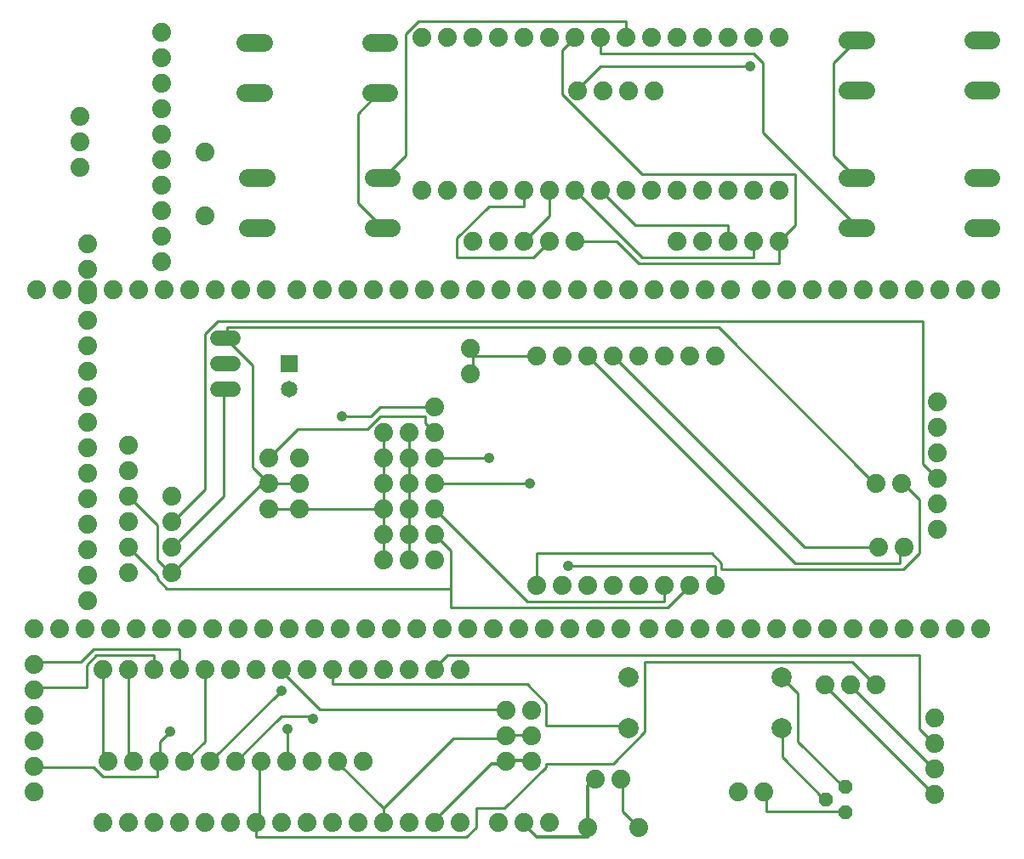
<source format=gbr>
G04 EAGLE Gerber RS-274X export*
G75*
%MOMM*%
%FSLAX34Y34*%
%LPD*%
%INTop Copper*%
%IPPOS*%
%AMOC8*
5,1,8,0,0,1.08239X$1,22.5*%
G01*
%ADD10C,1.879600*%
%ADD11C,1.790700*%
%ADD12P,1.429621X8X112.500000*%
%ADD13C,2.000000*%
%ADD14C,1.524000*%
%ADD15R,1.651000X1.651000*%
%ADD16C,1.651000*%
%ADD17C,0.304800*%
%ADD18C,0.254000*%
%ADD19C,1.066800*%


D10*
X444500Y182880D03*
X419100Y182880D03*
X393700Y182880D03*
X368300Y182880D03*
X342900Y182880D03*
X317500Y182880D03*
X292100Y182880D03*
X266700Y182880D03*
X241300Y182880D03*
X215900Y182880D03*
X190500Y182880D03*
X165100Y182880D03*
X139700Y182880D03*
X114300Y182880D03*
X88900Y182880D03*
X88900Y30480D03*
X114300Y30480D03*
X139700Y30480D03*
X165100Y30480D03*
X190500Y30480D03*
X215900Y30480D03*
X241300Y30480D03*
X266700Y30480D03*
X292100Y30480D03*
X317500Y30480D03*
X342900Y30480D03*
X368300Y30480D03*
X393700Y30480D03*
X419100Y30480D03*
X444500Y30480D03*
X916940Y134620D03*
X916940Y109220D03*
X916940Y83820D03*
X916940Y58420D03*
X622300Y25400D03*
X571500Y25400D03*
X406400Y660400D03*
X431800Y660400D03*
X457200Y660400D03*
X482600Y660400D03*
X508000Y660400D03*
X533400Y660400D03*
X558800Y660400D03*
X584200Y660400D03*
X609600Y660400D03*
X635000Y660400D03*
X660400Y660400D03*
X685800Y660400D03*
X711200Y660400D03*
X736600Y660400D03*
X762000Y660400D03*
X762000Y812800D03*
X736600Y812800D03*
X711200Y812800D03*
X685800Y812800D03*
X660400Y812800D03*
X635000Y812800D03*
X609600Y812800D03*
X584200Y812800D03*
X558800Y812800D03*
X533400Y812800D03*
X508000Y812800D03*
X482600Y812800D03*
X457200Y812800D03*
X431800Y812800D03*
X406400Y812800D03*
X457200Y609600D03*
X482600Y609600D03*
X508000Y609600D03*
X533400Y609600D03*
X558800Y609600D03*
X660400Y609600D03*
X685800Y609600D03*
X711200Y609600D03*
X736600Y609600D03*
X762000Y609600D03*
D11*
X373698Y807212D02*
X355791Y807212D01*
X248730Y807212D02*
X230823Y807212D01*
X355791Y757428D02*
X373698Y757428D01*
X248730Y757428D02*
X230823Y757428D01*
X830263Y759968D02*
X848170Y759968D01*
X955231Y759968D02*
X973138Y759968D01*
X848170Y809752D02*
X830263Y809752D01*
X955231Y809752D02*
X973138Y809752D01*
D10*
X347980Y91440D03*
X322580Y91440D03*
X297180Y91440D03*
X271780Y91440D03*
X246380Y91440D03*
X220980Y91440D03*
X195580Y91440D03*
X170180Y91440D03*
X144780Y91440D03*
X119380Y91440D03*
X93980Y91440D03*
X358140Y561340D03*
X383540Y561340D03*
X408940Y561340D03*
X434340Y561340D03*
X459740Y561340D03*
X485140Y561340D03*
X510540Y561340D03*
X535940Y561340D03*
X561340Y561340D03*
X586740Y561340D03*
X612140Y561340D03*
X637540Y561340D03*
X662940Y561340D03*
X688340Y561340D03*
X713740Y561340D03*
X96520Y223520D03*
X121920Y223520D03*
X147320Y223520D03*
X172720Y223520D03*
X198120Y223520D03*
X223520Y223520D03*
X248920Y223520D03*
X274320Y223520D03*
X299720Y223520D03*
X325120Y223520D03*
X350520Y223520D03*
X375920Y223520D03*
X401320Y223520D03*
X426720Y223520D03*
X452120Y223520D03*
X20320Y223520D03*
X45720Y223520D03*
X71120Y223520D03*
X281940Y561340D03*
X307340Y561340D03*
X332740Y561340D03*
X66040Y734060D03*
X66040Y708660D03*
X66040Y683260D03*
X502920Y223520D03*
X528320Y223520D03*
X553720Y223520D03*
X604520Y223520D03*
X579120Y223520D03*
X147320Y614680D03*
X147320Y589280D03*
X73660Y251460D03*
X73660Y276860D03*
X73660Y302260D03*
X73660Y327660D03*
X73660Y353060D03*
X73660Y378460D03*
X73660Y403860D03*
X73660Y429260D03*
X73660Y454660D03*
X73660Y480060D03*
X73660Y505460D03*
X73660Y530860D03*
X73660Y556260D03*
X73660Y581660D03*
X73660Y607060D03*
X190500Y698500D03*
X190500Y635000D03*
X962660Y223520D03*
X937260Y223520D03*
X911860Y223520D03*
X886460Y223520D03*
X861060Y223520D03*
X835660Y223520D03*
X810260Y223520D03*
X784860Y223520D03*
X759460Y223520D03*
X734060Y223520D03*
X708660Y223520D03*
X683260Y223520D03*
X657860Y223520D03*
X632460Y223520D03*
X744220Y561340D03*
X769620Y561340D03*
X795020Y561340D03*
X820420Y561340D03*
X845820Y561340D03*
X871220Y561340D03*
X896620Y561340D03*
X922020Y561340D03*
X947420Y561340D03*
X972820Y561340D03*
X637540Y759460D03*
X612140Y759460D03*
X586740Y759460D03*
X561340Y759460D03*
X22860Y561340D03*
X48260Y561340D03*
X73660Y561340D03*
X99060Y561340D03*
X124460Y561340D03*
X149860Y561340D03*
X175260Y561340D03*
X200660Y561340D03*
X226060Y561340D03*
X251460Y561340D03*
X147320Y640080D03*
X147320Y665480D03*
X147320Y690880D03*
X147320Y716280D03*
X147320Y741680D03*
X147320Y767080D03*
X147320Y792480D03*
X147320Y817880D03*
X20320Y187960D03*
X20320Y162560D03*
X20320Y137160D03*
X20320Y111760D03*
X20320Y86360D03*
X20320Y60960D03*
D12*
X828040Y66040D03*
X808990Y53340D03*
X828040Y40640D03*
D13*
X612140Y124460D03*
X764540Y124460D03*
D10*
X477520Y223520D03*
X490220Y142240D03*
X490220Y116840D03*
X490220Y91440D03*
X515620Y91440D03*
X515620Y116840D03*
X515620Y142240D03*
X721360Y60960D03*
X746760Y60960D03*
D13*
X764540Y175260D03*
X612140Y175260D03*
D10*
X858520Y167640D03*
X833120Y167640D03*
X807720Y167640D03*
X533400Y30480D03*
X508000Y30480D03*
X482600Y30480D03*
X604520Y73660D03*
X579120Y73660D03*
X919480Y322580D03*
X919480Y347980D03*
X919480Y373380D03*
X919480Y398780D03*
X919480Y424180D03*
X919480Y449580D03*
X419100Y419100D03*
X419100Y393700D03*
X419100Y368300D03*
X419100Y342900D03*
X419100Y317500D03*
X419100Y292100D03*
X698500Y495300D03*
X673100Y495300D03*
X647700Y495300D03*
X622300Y495300D03*
X596900Y495300D03*
X571500Y495300D03*
X546100Y495300D03*
X520700Y495300D03*
X520700Y266700D03*
X546100Y266700D03*
X571500Y266700D03*
X596900Y266700D03*
X622300Y266700D03*
X647700Y266700D03*
X673100Y266700D03*
X698500Y266700D03*
X861060Y304800D03*
X886460Y304800D03*
X393700Y292100D03*
X393700Y317500D03*
X393700Y342900D03*
X393700Y368300D03*
X393700Y393700D03*
X393700Y419100D03*
X368300Y292100D03*
X368300Y317500D03*
X368300Y342900D03*
X368300Y368300D03*
X368300Y393700D03*
X368300Y419100D03*
X454660Y502920D03*
X454660Y477520D03*
X419100Y444500D03*
X157480Y279400D03*
X157480Y304800D03*
X157480Y330200D03*
X157480Y355600D03*
X284480Y342900D03*
X284480Y368300D03*
X284480Y393700D03*
X254000Y393700D03*
X254000Y368300D03*
X254000Y342900D03*
X858520Y368300D03*
X883920Y368300D03*
D11*
X376238Y672592D02*
X358331Y672592D01*
X251270Y672592D02*
X233363Y672592D01*
X358331Y622808D02*
X376238Y622808D01*
X251270Y622808D02*
X233363Y622808D01*
X830263Y622808D02*
X848170Y622808D01*
X955231Y622808D02*
X973138Y622808D01*
X848170Y672592D02*
X830263Y672592D01*
X955231Y672592D02*
X973138Y672592D01*
D14*
X218440Y462280D02*
X203200Y462280D01*
X203200Y487680D02*
X218440Y487680D01*
X218440Y513080D02*
X203200Y513080D01*
D15*
X274320Y487480D03*
D16*
X274320Y462480D03*
D10*
X114300Y406400D03*
X114300Y381000D03*
X114300Y355600D03*
X114300Y330200D03*
X114300Y304800D03*
X114300Y279400D03*
D17*
X835025Y165100D02*
X914400Y85725D01*
X916940Y83820D01*
X835025Y165100D02*
X833120Y167640D01*
X520700Y15875D02*
X508000Y28575D01*
X520700Y15875D02*
X571500Y15875D01*
X571500Y25400D01*
X508000Y28575D02*
X508000Y30480D01*
X571500Y66675D02*
X577850Y73025D01*
X571500Y66675D02*
X571500Y25400D01*
X577850Y73025D02*
X579120Y73660D01*
X476250Y88900D02*
X419100Y31750D01*
X476250Y88900D02*
X488950Y88900D01*
X419100Y31750D02*
X419100Y30480D01*
X488950Y88900D02*
X490220Y91440D01*
X492125Y92075D02*
X514350Y92075D01*
X515620Y91440D01*
X492125Y92075D02*
X490220Y91440D01*
D18*
X273050Y92075D02*
X273050Y123825D01*
X273050Y92075D02*
X271780Y91440D01*
X530225Y127000D02*
X609600Y127000D01*
X530225Y127000D02*
X530225Y149225D01*
X511175Y168275D01*
X317500Y168275D01*
X317500Y182880D01*
X609600Y127000D02*
X612140Y124460D01*
D19*
X273050Y123825D03*
D18*
X304800Y142875D02*
X266700Y180975D01*
X304800Y142875D02*
X488950Y142875D01*
X266700Y180975D02*
X266700Y182880D01*
X488950Y142875D02*
X490220Y142240D01*
X79375Y85725D02*
X22225Y85725D01*
X79375Y85725D02*
X88900Y76200D01*
X142875Y76200D01*
X142875Y88900D01*
X22225Y85725D02*
X20320Y86360D01*
X142875Y88900D02*
X144780Y91440D01*
X146050Y111125D02*
X155575Y120650D01*
X146050Y111125D02*
X146050Y92075D01*
X144780Y91440D01*
D19*
X155575Y120650D03*
D18*
X171450Y92075D02*
X190500Y111125D01*
X190500Y182880D01*
X171450Y92075D02*
X170180Y91440D01*
X66675Y190500D02*
X22225Y190500D01*
X66675Y190500D02*
X79375Y203200D01*
X165100Y203200D01*
X165100Y182880D01*
X22225Y190500D02*
X20320Y187960D01*
X114300Y95250D02*
X117475Y92075D01*
X114300Y95250D02*
X114300Y182880D01*
X117475Y92075D02*
X119380Y91440D01*
X73025Y165100D02*
X22225Y165100D01*
X73025Y165100D02*
X73025Y187325D01*
X82550Y196850D01*
X139700Y196850D01*
X139700Y182880D01*
X22225Y165100D02*
X20320Y162560D01*
X809625Y165100D02*
X914400Y60325D01*
X809625Y165100D02*
X807720Y167640D01*
X914400Y60325D02*
X916940Y58420D01*
X368300Y44450D02*
X323850Y88900D01*
X368300Y44450D02*
X368300Y30480D01*
X323850Y88900D02*
X322580Y91440D01*
X492125Y117475D02*
X514350Y117475D01*
X492125Y117475D02*
X490220Y116840D01*
X514350Y117475D02*
X515620Y116840D01*
X438150Y114300D02*
X368300Y44450D01*
X438150Y114300D02*
X488950Y114300D01*
X490220Y116840D01*
X266700Y161925D02*
X196850Y92075D01*
X195580Y91440D01*
D19*
X266700Y161925D03*
D18*
X419100Y184150D02*
X431800Y196850D01*
X901700Y196850D01*
X901700Y123825D01*
X914400Y111125D01*
X419100Y182880D02*
X419100Y184150D01*
X914400Y111125D02*
X916940Y109220D01*
X266700Y136525D02*
X222250Y92075D01*
X266700Y136525D02*
X298450Y136525D01*
X298450Y133350D01*
X222250Y92075D02*
X220980Y91440D01*
D19*
X298450Y133350D03*
D18*
X92075Y92075D02*
X88900Y95250D01*
X88900Y182880D01*
X92075Y92075D02*
X93980Y91440D01*
X241300Y31750D02*
X244475Y34925D01*
X244475Y88900D01*
X241300Y31750D02*
X241300Y30480D01*
X244475Y88900D02*
X246380Y91440D01*
X835025Y190500D02*
X857250Y168275D01*
X835025Y190500D02*
X628650Y190500D01*
X628650Y120650D01*
X596900Y88900D01*
X530225Y88900D01*
X530225Y85725D01*
X488950Y44450D01*
X460375Y44450D01*
X460375Y25400D01*
X450850Y15875D01*
X241300Y15875D01*
X241300Y30480D01*
X857250Y168275D02*
X858520Y167640D01*
X622300Y25400D02*
X606425Y41275D01*
X606425Y73025D01*
X604520Y73660D01*
X815975Y787400D02*
X838200Y809625D01*
X815975Y787400D02*
X815975Y695325D01*
X838200Y673100D01*
X838200Y809625D02*
X839216Y809752D01*
X838200Y673100D02*
X839216Y672592D01*
X361950Y755650D02*
X342900Y736600D01*
X342900Y647700D01*
X365125Y625475D01*
X361950Y755650D02*
X364744Y757428D01*
X365125Y625475D02*
X367284Y622808D01*
X517525Y593725D02*
X533400Y609600D01*
X517525Y593725D02*
X441325Y593725D01*
X441325Y612775D01*
X473075Y644525D01*
X508000Y644525D01*
X508000Y660400D01*
X558800Y660400D02*
X625475Y593725D01*
X736600Y593725D01*
X736600Y609600D01*
X600075Y609600D02*
X558800Y609600D01*
X600075Y609600D02*
X622300Y587375D01*
X762000Y587375D01*
X762000Y609600D01*
X558800Y812800D02*
X546100Y800100D01*
X546100Y755650D01*
X625475Y676275D01*
X777875Y676275D01*
X777875Y625475D01*
X762000Y609600D01*
X533400Y635000D02*
X508000Y609600D01*
X533400Y635000D02*
X533400Y660400D01*
X584200Y660400D02*
X619125Y625475D01*
X711200Y625475D01*
X711200Y609600D01*
X561975Y762000D02*
X584200Y784225D01*
X733425Y784225D01*
X561975Y762000D02*
X561340Y759460D01*
D19*
X733425Y784225D03*
D18*
X765175Y95250D02*
X806450Y53975D01*
X765175Y95250D02*
X765175Y123825D01*
X806450Y53975D02*
X808990Y53340D01*
X765175Y123825D02*
X764540Y124460D01*
X749300Y41275D02*
X825500Y41275D01*
X749300Y41275D02*
X749300Y60325D01*
X825500Y41275D02*
X828040Y40640D01*
X749300Y60325D02*
X746760Y60960D01*
X781050Y111125D02*
X825500Y66675D01*
X781050Y111125D02*
X781050Y158750D01*
X764540Y175260D01*
X825500Y66675D02*
X828040Y66040D01*
X284480Y342900D02*
X254000Y342900D01*
X368300Y393700D02*
X368300Y419100D01*
X368300Y317500D02*
X368300Y292100D01*
X368300Y342900D02*
X368300Y368300D01*
X368300Y342900D02*
X368300Y317500D01*
X368300Y368300D02*
X368300Y393700D01*
X368300Y342900D02*
X284480Y342900D01*
X209550Y355600D02*
X158750Y304800D01*
X209550Y355600D02*
X209550Y460375D01*
X158750Y304800D02*
X157480Y304800D01*
X209550Y460375D02*
X210820Y462280D01*
X393700Y419100D02*
X393700Y393700D01*
X393700Y368300D02*
X393700Y342900D01*
X393700Y317500D02*
X393700Y292100D01*
X393700Y317500D02*
X393700Y342900D01*
X393700Y368300D02*
X393700Y393700D01*
X885825Y368300D02*
X901700Y352425D01*
X901700Y298450D01*
X885825Y282575D01*
X704850Y282575D01*
X704850Y288925D01*
X695325Y298450D01*
X520700Y298450D01*
X520700Y266700D01*
X883920Y368300D02*
X885825Y368300D01*
X190500Y361950D02*
X158750Y330200D01*
X190500Y361950D02*
X190500Y517525D01*
X203200Y530225D01*
X904875Y530225D01*
X904875Y387350D01*
X917575Y374650D01*
X158750Y330200D02*
X157480Y330200D01*
X917575Y374650D02*
X919480Y373380D01*
X787400Y304800D02*
X596900Y495300D01*
X787400Y304800D02*
X861060Y304800D01*
X777875Y288925D02*
X571500Y495300D01*
X777875Y288925D02*
X882650Y288925D01*
X882650Y301625D01*
X885825Y304800D01*
X886460Y304800D01*
X355600Y434975D02*
X327025Y434975D01*
X355600Y434975D02*
X365125Y444500D01*
X419100Y444500D01*
D19*
X327025Y434975D03*
D18*
X457200Y495300D02*
X457200Y501650D01*
X457200Y495300D02*
X457200Y479425D01*
X454660Y477520D01*
X457200Y501650D02*
X454660Y502920D01*
X457200Y495300D02*
X520700Y495300D01*
X457200Y495300D02*
X454660Y502920D01*
X282575Y422275D02*
X254000Y393700D01*
X282575Y422275D02*
X352425Y422275D01*
X365125Y434975D01*
X409575Y434975D01*
X409575Y428625D01*
X419100Y419100D01*
X419100Y393700D02*
X473075Y393700D01*
D19*
X473075Y393700D03*
D18*
X514350Y368300D02*
X419100Y368300D01*
D19*
X514350Y368300D03*
D18*
X419100Y342900D02*
X511175Y250825D01*
X647700Y250825D01*
X647700Y266700D01*
X142875Y276225D02*
X114300Y304800D01*
X142875Y276225D02*
X142875Y273050D01*
X152400Y263525D01*
X434975Y263525D01*
X434975Y301625D01*
X419100Y317500D01*
X650875Y244475D02*
X673100Y266700D01*
X650875Y244475D02*
X434975Y244475D01*
X434975Y263525D01*
X552450Y285750D02*
X698500Y285750D01*
X698500Y266700D01*
D19*
X552450Y285750D03*
D18*
X142875Y327025D02*
X114300Y355600D01*
X142875Y327025D02*
X142875Y292100D01*
X155575Y279400D01*
X157480Y279400D01*
X238125Y485775D02*
X210820Y513080D01*
X238125Y485775D02*
X238125Y384175D01*
X250825Y371475D01*
X254000Y368300D02*
X284480Y368300D01*
X701675Y523875D02*
X857250Y368300D01*
X701675Y523875D02*
X212725Y523875D01*
X212725Y514350D01*
X857250Y368300D02*
X858520Y368300D01*
X212725Y514350D02*
X210820Y513080D01*
X250825Y371475D02*
X158750Y279400D01*
X157480Y279400D01*
X250825Y371475D02*
X254000Y368300D01*
X368300Y673100D02*
X390525Y695325D01*
X390525Y815975D01*
X403225Y828675D01*
X609600Y828675D01*
X609600Y812800D01*
X368300Y673100D02*
X367284Y672592D01*
X746125Y717550D02*
X838200Y625475D01*
X746125Y717550D02*
X746125Y787400D01*
X736600Y796925D01*
X584200Y796925D01*
X584200Y812800D01*
X838200Y625475D02*
X839216Y622808D01*
M02*

</source>
